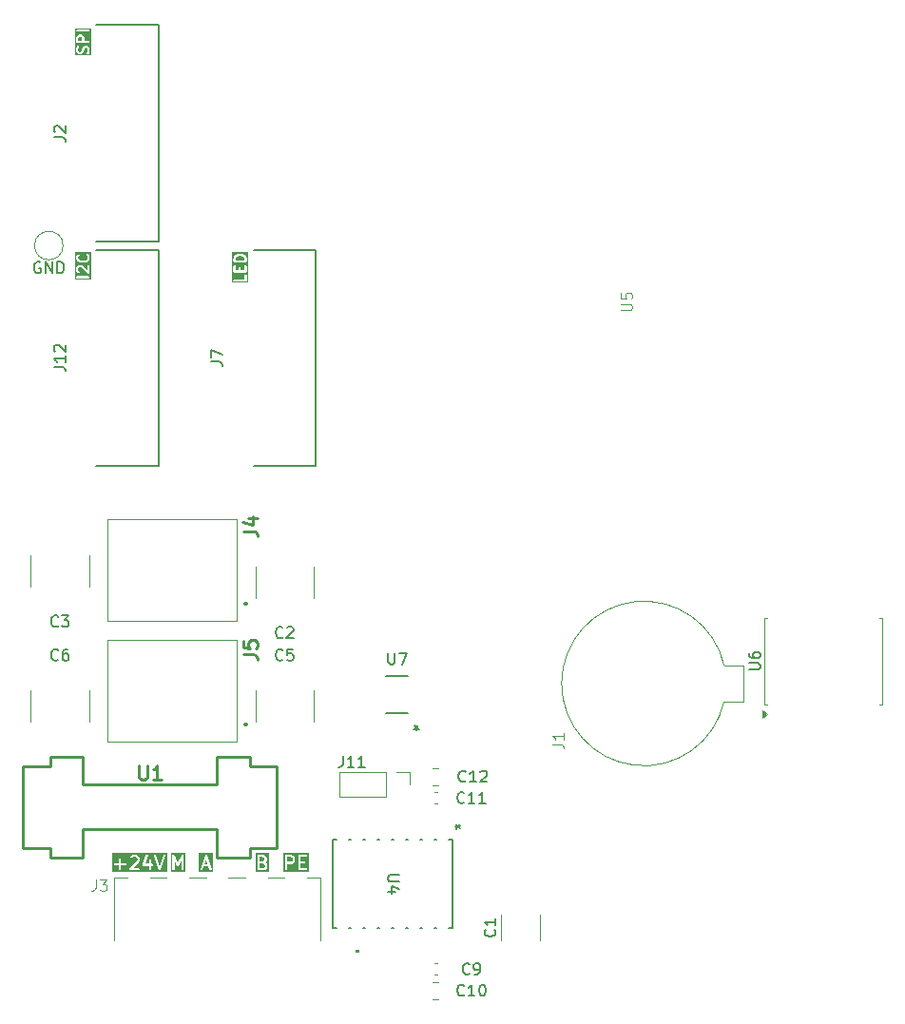
<source format=gbr>
%TF.GenerationSoftware,KiCad,Pcbnew,9.0.2*%
%TF.CreationDate,2025-06-09T15:32:08+03:00*%
%TF.ProjectId,PMCPU-LLU,504d4350-552d-44c4-9c55-2e6b69636164,rev?*%
%TF.SameCoordinates,Original*%
%TF.FileFunction,Legend,Top*%
%TF.FilePolarity,Positive*%
%FSLAX46Y46*%
G04 Gerber Fmt 4.6, Leading zero omitted, Abs format (unit mm)*
G04 Created by KiCad (PCBNEW 9.0.2) date 2025-06-09 15:32:08*
%MOMM*%
%LPD*%
G01*
G04 APERTURE LIST*
%ADD10C,0.200000*%
%ADD11C,0.150000*%
%ADD12C,0.100000*%
%ADD13C,0.254000*%
%ADD14C,0.152400*%
%ADD15C,0.120000*%
%ADD16C,0.000000*%
%ADD17C,0.300000*%
G04 APERTURE END LIST*
D10*
G36*
X-33251670Y16966836D02*
G01*
X-34673892Y16966836D01*
X-34673892Y17197456D01*
X-34560860Y17197456D01*
X-34560860Y17158438D01*
X-34545928Y17122390D01*
X-34518338Y17094800D01*
X-34482290Y17079868D01*
X-34462781Y17077947D01*
X-33462781Y17077947D01*
X-33443272Y17079868D01*
X-33407224Y17094800D01*
X-33379634Y17122390D01*
X-33364702Y17158438D01*
X-33364702Y17197456D01*
X-33379634Y17233504D01*
X-33407224Y17261094D01*
X-33443272Y17276026D01*
X-33462781Y17277947D01*
X-34462781Y17277947D01*
X-34482290Y17276026D01*
X-34518338Y17261094D01*
X-34545928Y17233504D01*
X-34560860Y17197456D01*
X-34673892Y17197456D01*
X-34673892Y17987470D01*
X-34562781Y17987470D01*
X-34562781Y17749375D01*
X-34560860Y17729866D01*
X-34559485Y17726546D01*
X-34559230Y17722962D01*
X-34552224Y17704654D01*
X-34504605Y17609416D01*
X-34499320Y17601020D01*
X-34498309Y17598580D01*
X-34496056Y17595834D01*
X-34494162Y17592826D01*
X-34492168Y17591097D01*
X-34485873Y17583426D01*
X-34438254Y17535808D01*
X-34423101Y17523371D01*
X-34387052Y17508440D01*
X-34348034Y17508440D01*
X-34311986Y17523371D01*
X-34284396Y17550961D01*
X-34269465Y17587009D01*
X-34269465Y17626027D01*
X-34284396Y17662076D01*
X-34296833Y17677229D01*
X-34332976Y17713373D01*
X-34362781Y17772983D01*
X-34362781Y17963863D01*
X-34332976Y18023473D01*
X-34308308Y18048142D01*
X-34248698Y18077946D01*
X-34193294Y18077946D01*
X-34088230Y18042925D01*
X-33533492Y17488188D01*
X-33518338Y17475752D01*
X-33482290Y17460820D01*
X-33443272Y17460820D01*
X-33407224Y17475752D01*
X-33379634Y17503342D01*
X-33364702Y17539390D01*
X-33362781Y17558899D01*
X-33362781Y18177946D01*
X-33364702Y18197455D01*
X-33379634Y18233503D01*
X-33407224Y18261093D01*
X-33443272Y18276025D01*
X-33482290Y18276025D01*
X-33518338Y18261093D01*
X-33545928Y18233503D01*
X-33560860Y18197455D01*
X-33562781Y18177946D01*
X-33562781Y17800321D01*
X-33963499Y18201038D01*
X-33978653Y18213474D01*
X-33981972Y18214849D01*
X-33984687Y18217204D01*
X-34002588Y18225195D01*
X-34145444Y18272814D01*
X-34155116Y18275014D01*
X-34157558Y18276025D01*
X-34161097Y18276374D01*
X-34164560Y18277161D01*
X-34167194Y18276974D01*
X-34177067Y18277946D01*
X-34272305Y18277946D01*
X-34291814Y18276025D01*
X-34295135Y18274650D01*
X-34298718Y18274395D01*
X-34317027Y18267389D01*
X-34412264Y18219770D01*
X-34420661Y18214485D01*
X-34423101Y18213474D01*
X-34425847Y18211221D01*
X-34428855Y18209327D01*
X-34430588Y18207330D01*
X-34438254Y18201037D01*
X-34485873Y18153419D01*
X-34492168Y18145749D01*
X-34494162Y18144019D01*
X-34496056Y18141012D01*
X-34498309Y18138265D01*
X-34499320Y18135826D01*
X-34504605Y18127429D01*
X-34552224Y18032191D01*
X-34559230Y18013883D01*
X-34559485Y18010300D01*
X-34560860Y18006979D01*
X-34562781Y17987470D01*
X-34673892Y17987470D01*
X-34673892Y18987470D01*
X-34562781Y18987470D01*
X-34562781Y18892232D01*
X-34561809Y18882359D01*
X-34561996Y18879725D01*
X-34561209Y18876262D01*
X-34560860Y18872723D01*
X-34559849Y18870281D01*
X-34557649Y18860609D01*
X-34510030Y18717753D01*
X-34502039Y18699852D01*
X-34499684Y18697137D01*
X-34498309Y18693818D01*
X-34485873Y18678664D01*
X-34390635Y18583426D01*
X-34382969Y18577135D01*
X-34381236Y18575137D01*
X-34378225Y18573242D01*
X-34375481Y18570990D01*
X-34373044Y18569981D01*
X-34364645Y18564694D01*
X-34269408Y18517075D01*
X-34267980Y18516529D01*
X-34267400Y18516099D01*
X-34259224Y18513178D01*
X-34251099Y18510069D01*
X-34250379Y18510018D01*
X-34248940Y18509504D01*
X-34058464Y18461885D01*
X-34055083Y18461385D01*
X-34053719Y18460820D01*
X-34046369Y18460097D01*
X-34039071Y18459017D01*
X-34037613Y18459235D01*
X-34034210Y18458899D01*
X-33891353Y18458899D01*
X-33887951Y18459235D01*
X-33886492Y18459017D01*
X-33879195Y18460097D01*
X-33871844Y18460820D01*
X-33870481Y18461385D01*
X-33867099Y18461885D01*
X-33676624Y18509504D01*
X-33675187Y18510018D01*
X-33674464Y18510069D01*
X-33666340Y18513178D01*
X-33658163Y18516099D01*
X-33657583Y18516530D01*
X-33656156Y18517075D01*
X-33560918Y18564694D01*
X-33552526Y18569977D01*
X-33550082Y18570989D01*
X-33547333Y18573246D01*
X-33544328Y18575137D01*
X-33542599Y18577132D01*
X-33534929Y18583426D01*
X-33439689Y18678664D01*
X-33427253Y18693817D01*
X-33425878Y18697137D01*
X-33423523Y18699852D01*
X-33415532Y18717752D01*
X-33367913Y18860609D01*
X-33365714Y18870282D01*
X-33364702Y18872723D01*
X-33364354Y18876261D01*
X-33363566Y18879724D01*
X-33363754Y18882359D01*
X-33362781Y18892232D01*
X-33362781Y18987470D01*
X-33363754Y18997344D01*
X-33363566Y18999978D01*
X-33364354Y19003442D01*
X-33364702Y19006979D01*
X-33365714Y19009421D01*
X-33367913Y19019093D01*
X-33415532Y19161950D01*
X-33423523Y19179850D01*
X-33425878Y19182566D01*
X-33427253Y19185885D01*
X-33439690Y19201039D01*
X-33487310Y19248657D01*
X-33502463Y19261094D01*
X-33538512Y19276025D01*
X-33577530Y19276024D01*
X-33613578Y19261093D01*
X-33641168Y19233503D01*
X-33656099Y19197454D01*
X-33656098Y19158436D01*
X-33641167Y19122388D01*
X-33628730Y19107235D01*
X-33597803Y19076309D01*
X-33562781Y18971244D01*
X-33562781Y18908459D01*
X-33597803Y18803394D01*
X-33664873Y18736324D01*
X-33735782Y18700870D01*
X-33903663Y18658899D01*
X-34021901Y18658899D01*
X-34189782Y18700870D01*
X-34260687Y18736322D01*
X-34327760Y18803395D01*
X-34362781Y18908459D01*
X-34362781Y18971243D01*
X-34327760Y19076309D01*
X-34296833Y19107235D01*
X-34284396Y19122388D01*
X-34269465Y19158437D01*
X-34269465Y19197455D01*
X-34284396Y19233503D01*
X-34311986Y19261093D01*
X-34348034Y19276024D01*
X-34387052Y19276024D01*
X-34423101Y19261093D01*
X-34438254Y19248656D01*
X-34485873Y19201038D01*
X-34498309Y19185884D01*
X-34499684Y19182566D01*
X-34502039Y19179850D01*
X-34510030Y19161949D01*
X-34557649Y19019093D01*
X-34559849Y19009422D01*
X-34560860Y19006979D01*
X-34561209Y19003441D01*
X-34561996Y18999977D01*
X-34561809Y18997344D01*
X-34562781Y18987470D01*
X-34673892Y18987470D01*
X-34673892Y19387136D01*
X-33251670Y19387136D01*
X-33251670Y16966836D01*
G37*
G36*
X-19735782Y19035976D02*
G01*
X-19664873Y19000522D01*
X-19597803Y18933452D01*
X-19562781Y18828387D01*
X-19562781Y18706518D01*
X-20362781Y18706518D01*
X-20362781Y18828386D01*
X-20327760Y18933451D01*
X-20260687Y19000523D01*
X-20189782Y19035976D01*
X-20021901Y19077946D01*
X-19903663Y19077946D01*
X-19735782Y19035976D01*
G37*
G36*
X-19251670Y16681121D02*
G01*
X-20673892Y16681121D01*
X-20673892Y16911741D01*
X-20560860Y16911741D01*
X-20560860Y16872723D01*
X-20545928Y16836675D01*
X-20518338Y16809085D01*
X-20482290Y16794153D01*
X-20462781Y16792232D01*
X-19462781Y16792232D01*
X-19443272Y16794153D01*
X-19407224Y16809085D01*
X-19379634Y16836675D01*
X-19364702Y16872723D01*
X-19362781Y16892232D01*
X-19362781Y17368422D01*
X-19364702Y17387931D01*
X-19379634Y17423979D01*
X-19407224Y17451569D01*
X-19443272Y17466501D01*
X-19482290Y17466501D01*
X-19518338Y17451569D01*
X-19545928Y17423979D01*
X-19560860Y17387931D01*
X-19562781Y17368422D01*
X-19562781Y16992232D01*
X-20462781Y16992232D01*
X-20482290Y16990311D01*
X-20518338Y16975379D01*
X-20545928Y16947789D01*
X-20560860Y16911741D01*
X-20673892Y16911741D01*
X-20673892Y18177946D01*
X-20562781Y18177946D01*
X-20562781Y17701756D01*
X-20560860Y17682247D01*
X-20545928Y17646199D01*
X-20518338Y17618609D01*
X-20482290Y17603677D01*
X-20462781Y17601756D01*
X-19462781Y17601756D01*
X-19443272Y17603677D01*
X-19407224Y17618609D01*
X-19379634Y17646199D01*
X-19364702Y17682247D01*
X-19362781Y17701756D01*
X-19362781Y18177946D01*
X-19364702Y18197455D01*
X-19379634Y18233503D01*
X-19407224Y18261093D01*
X-19443272Y18276025D01*
X-19482290Y18276025D01*
X-19518338Y18261093D01*
X-19545928Y18233503D01*
X-19560860Y18197455D01*
X-19562781Y18177946D01*
X-19562781Y17801756D01*
X-19886591Y17801756D01*
X-19886591Y18035089D01*
X-19888512Y18054598D01*
X-19903444Y18090646D01*
X-19931034Y18118236D01*
X-19967082Y18133168D01*
X-20006100Y18133168D01*
X-20042148Y18118236D01*
X-20069738Y18090646D01*
X-20084670Y18054598D01*
X-20086591Y18035089D01*
X-20086591Y17801756D01*
X-20362781Y17801756D01*
X-20362781Y18177946D01*
X-20364702Y18197455D01*
X-20379634Y18233503D01*
X-20407224Y18261093D01*
X-20443272Y18276025D01*
X-20482290Y18276025D01*
X-20518338Y18261093D01*
X-20545928Y18233503D01*
X-20560860Y18197455D01*
X-20562781Y18177946D01*
X-20673892Y18177946D01*
X-20673892Y18844613D01*
X-20562781Y18844613D01*
X-20562781Y18606518D01*
X-20560860Y18587009D01*
X-20545928Y18550961D01*
X-20518338Y18523371D01*
X-20482290Y18508439D01*
X-20462781Y18506518D01*
X-19462781Y18506518D01*
X-19443272Y18508439D01*
X-19407224Y18523371D01*
X-19379634Y18550961D01*
X-19364702Y18587009D01*
X-19362781Y18606518D01*
X-19362781Y18844613D01*
X-19363754Y18854487D01*
X-19363566Y18857121D01*
X-19364354Y18860585D01*
X-19364702Y18864122D01*
X-19365714Y18866564D01*
X-19367913Y18876236D01*
X-19415532Y19019093D01*
X-19423523Y19036993D01*
X-19425878Y19039709D01*
X-19427253Y19043028D01*
X-19439689Y19058181D01*
X-19534929Y19153419D01*
X-19542599Y19159714D01*
X-19544328Y19161708D01*
X-19547333Y19163600D01*
X-19550082Y19165856D01*
X-19552526Y19166869D01*
X-19560918Y19172151D01*
X-19656156Y19219770D01*
X-19657583Y19220316D01*
X-19658163Y19220746D01*
X-19666340Y19223668D01*
X-19674464Y19226776D01*
X-19675187Y19226828D01*
X-19676624Y19227341D01*
X-19867099Y19274960D01*
X-19870481Y19275461D01*
X-19871844Y19276025D01*
X-19879195Y19276749D01*
X-19886492Y19277828D01*
X-19887951Y19277611D01*
X-19891353Y19277946D01*
X-20034210Y19277946D01*
X-20037613Y19277611D01*
X-20039071Y19277828D01*
X-20046369Y19276749D01*
X-20053719Y19276025D01*
X-20055083Y19275461D01*
X-20058464Y19274960D01*
X-20248940Y19227341D01*
X-20250379Y19226828D01*
X-20251099Y19226776D01*
X-20259224Y19223668D01*
X-20267400Y19220746D01*
X-20267980Y19220317D01*
X-20269408Y19219770D01*
X-20364645Y19172151D01*
X-20373044Y19166865D01*
X-20375481Y19165855D01*
X-20378225Y19163604D01*
X-20381236Y19161708D01*
X-20382969Y19159711D01*
X-20390635Y19153419D01*
X-20485873Y19058181D01*
X-20498309Y19043027D01*
X-20499684Y19039709D01*
X-20502039Y19036993D01*
X-20510030Y19019092D01*
X-20557649Y18876236D01*
X-20559849Y18866565D01*
X-20560860Y18864122D01*
X-20561209Y18860584D01*
X-20561996Y18857120D01*
X-20561809Y18854487D01*
X-20562781Y18844613D01*
X-20673892Y18844613D01*
X-20673892Y19389057D01*
X-19251670Y19389057D01*
X-19251670Y16681121D01*
G37*
G36*
X-15344952Y-34484070D02*
G01*
X-15310758Y-34518263D01*
X-15271429Y-34596921D01*
X-15271429Y-34721134D01*
X-15310758Y-34799792D01*
X-15344952Y-34833985D01*
X-15423608Y-34873314D01*
X-15757143Y-34873314D01*
X-15757143Y-34444742D01*
X-15423608Y-34444742D01*
X-15344952Y-34484070D01*
G37*
G36*
X-13854303Y-35778075D02*
G01*
X-16090476Y-35778075D01*
X-16090476Y-34344742D01*
X-15957143Y-34344742D01*
X-15957143Y-35544742D01*
X-15955222Y-35564251D01*
X-15940290Y-35600299D01*
X-15912700Y-35627889D01*
X-15876652Y-35642821D01*
X-15837634Y-35642821D01*
X-15801586Y-35627889D01*
X-15773996Y-35600299D01*
X-15759064Y-35564251D01*
X-15757143Y-35544742D01*
X-15757143Y-35073314D01*
X-15400000Y-35073314D01*
X-15380491Y-35071393D01*
X-15377171Y-35070017D01*
X-15373587Y-35069763D01*
X-15355278Y-35062757D01*
X-15240993Y-35005613D01*
X-15232597Y-35000328D01*
X-15230158Y-34999318D01*
X-15227415Y-34997066D01*
X-15224403Y-34995171D01*
X-15222671Y-34993173D01*
X-15215004Y-34986882D01*
X-15157862Y-34929739D01*
X-15151570Y-34922072D01*
X-15149572Y-34920340D01*
X-15147679Y-34917331D01*
X-15145425Y-34914586D01*
X-15144415Y-34912145D01*
X-15139129Y-34903749D01*
X-15081986Y-34789463D01*
X-15074980Y-34771155D01*
X-15074726Y-34767571D01*
X-15073350Y-34764251D01*
X-15071429Y-34744742D01*
X-15071429Y-34573314D01*
X-15073350Y-34553805D01*
X-15074726Y-34550484D01*
X-15074980Y-34546901D01*
X-15081986Y-34528593D01*
X-15139129Y-34414307D01*
X-15144415Y-34405910D01*
X-15145425Y-34403470D01*
X-15147679Y-34400724D01*
X-15149572Y-34397716D01*
X-15151570Y-34395983D01*
X-15157862Y-34388317D01*
X-15201436Y-34344742D01*
X-14757143Y-34344742D01*
X-14757143Y-35544742D01*
X-14755222Y-35564251D01*
X-14740290Y-35600299D01*
X-14712700Y-35627889D01*
X-14676652Y-35642821D01*
X-14657143Y-35644742D01*
X-14085715Y-35644742D01*
X-14066206Y-35642821D01*
X-14030158Y-35627889D01*
X-14002568Y-35600299D01*
X-13987636Y-35564251D01*
X-13987636Y-35525233D01*
X-14002568Y-35489185D01*
X-14030158Y-35461595D01*
X-14066206Y-35446663D01*
X-14085715Y-35444742D01*
X-14557143Y-35444742D01*
X-14557143Y-35016171D01*
X-14257143Y-35016171D01*
X-14237634Y-35014250D01*
X-14201586Y-34999318D01*
X-14173996Y-34971728D01*
X-14159064Y-34935680D01*
X-14159064Y-34896662D01*
X-14173996Y-34860614D01*
X-14201586Y-34833024D01*
X-14237634Y-34818092D01*
X-14257143Y-34816171D01*
X-14557143Y-34816171D01*
X-14557143Y-34444742D01*
X-14085715Y-34444742D01*
X-14066206Y-34442821D01*
X-14030158Y-34427889D01*
X-14002568Y-34400299D01*
X-13987636Y-34364251D01*
X-13987636Y-34325233D01*
X-14002568Y-34289185D01*
X-14030158Y-34261595D01*
X-14066206Y-34246663D01*
X-14085715Y-34244742D01*
X-14657143Y-34244742D01*
X-14676652Y-34246663D01*
X-14712700Y-34261595D01*
X-14740290Y-34289185D01*
X-14755222Y-34325233D01*
X-14757143Y-34344742D01*
X-15201436Y-34344742D01*
X-15215004Y-34331174D01*
X-15222671Y-34324882D01*
X-15224403Y-34322885D01*
X-15227415Y-34320989D01*
X-15230158Y-34318738D01*
X-15232597Y-34317727D01*
X-15240993Y-34312443D01*
X-15355278Y-34255299D01*
X-15373587Y-34248293D01*
X-15377171Y-34248038D01*
X-15380491Y-34246663D01*
X-15400000Y-34244742D01*
X-15857143Y-34244742D01*
X-15876652Y-34246663D01*
X-15912700Y-34261595D01*
X-15940290Y-34289185D01*
X-15955222Y-34325233D01*
X-15957143Y-34344742D01*
X-16090476Y-34344742D01*
X-16090476Y-34111409D01*
X-13854303Y-34111409D01*
X-13854303Y-35778075D01*
G37*
G36*
X-22853028Y-35101885D02*
G01*
X-23146972Y-35101885D01*
X-23000000Y-34660969D01*
X-22853028Y-35101885D01*
G37*
G36*
X-22367452Y-35777290D02*
G01*
X-23632548Y-35777290D01*
X-23632548Y-35532235D01*
X-23499215Y-35532235D01*
X-23496449Y-35571155D01*
X-23478999Y-35606054D01*
X-23449523Y-35631619D01*
X-23412507Y-35643957D01*
X-23373587Y-35641191D01*
X-23338688Y-35623741D01*
X-23313123Y-35594265D01*
X-23305132Y-35576365D01*
X-23213639Y-35301885D01*
X-22786361Y-35301885D01*
X-22694868Y-35576365D01*
X-22686877Y-35594265D01*
X-22661312Y-35623741D01*
X-22626413Y-35641191D01*
X-22587493Y-35643957D01*
X-22550477Y-35631619D01*
X-22521001Y-35606053D01*
X-22503551Y-35571155D01*
X-22500785Y-35532234D01*
X-22505132Y-35513119D01*
X-22905132Y-34313119D01*
X-22913123Y-34295219D01*
X-22917808Y-34289818D01*
X-22921001Y-34283431D01*
X-22930471Y-34275217D01*
X-22938688Y-34265743D01*
X-22945078Y-34262548D01*
X-22950477Y-34257865D01*
X-22962375Y-34253899D01*
X-22973587Y-34248293D01*
X-22980715Y-34247786D01*
X-22987493Y-34245527D01*
X-23000000Y-34246415D01*
X-23012507Y-34245527D01*
X-23019286Y-34247786D01*
X-23026413Y-34248293D01*
X-23037626Y-34253899D01*
X-23049523Y-34257865D01*
X-23054923Y-34262548D01*
X-23061312Y-34265743D01*
X-23069528Y-34275214D01*
X-23078999Y-34283430D01*
X-23082194Y-34289819D01*
X-23086877Y-34295219D01*
X-23094868Y-34313119D01*
X-23494868Y-35513119D01*
X-23499215Y-35532235D01*
X-23632548Y-35532235D01*
X-23632548Y-34112194D01*
X-22367452Y-34112194D01*
X-22367452Y-35777290D01*
G37*
X-37761905Y18500162D02*
X-37857143Y18547781D01*
X-37857143Y18547781D02*
X-38000000Y18547781D01*
X-38000000Y18547781D02*
X-38142857Y18500162D01*
X-38142857Y18500162D02*
X-38238095Y18404924D01*
X-38238095Y18404924D02*
X-38285714Y18309686D01*
X-38285714Y18309686D02*
X-38333333Y18119210D01*
X-38333333Y18119210D02*
X-38333333Y17976353D01*
X-38333333Y17976353D02*
X-38285714Y17785877D01*
X-38285714Y17785877D02*
X-38238095Y17690639D01*
X-38238095Y17690639D02*
X-38142857Y17595400D01*
X-38142857Y17595400D02*
X-38000000Y17547781D01*
X-38000000Y17547781D02*
X-37904762Y17547781D01*
X-37904762Y17547781D02*
X-37761905Y17595400D01*
X-37761905Y17595400D02*
X-37714286Y17643020D01*
X-37714286Y17643020D02*
X-37714286Y17976353D01*
X-37714286Y17976353D02*
X-37904762Y17976353D01*
X-37285714Y17547781D02*
X-37285714Y18547781D01*
X-37285714Y18547781D02*
X-36714286Y17547781D01*
X-36714286Y17547781D02*
X-36714286Y18547781D01*
X-36238095Y17547781D02*
X-36238095Y18547781D01*
X-36238095Y18547781D02*
X-36000000Y18547781D01*
X-36000000Y18547781D02*
X-35857143Y18500162D01*
X-35857143Y18500162D02*
X-35761905Y18404924D01*
X-35761905Y18404924D02*
X-35714286Y18309686D01*
X-35714286Y18309686D02*
X-35666667Y18119210D01*
X-35666667Y18119210D02*
X-35666667Y17976353D01*
X-35666667Y17976353D02*
X-35714286Y17785877D01*
X-35714286Y17785877D02*
X-35761905Y17690639D01*
X-35761905Y17690639D02*
X-35857143Y17595400D01*
X-35857143Y17595400D02*
X-36000000Y17547781D01*
X-36000000Y17547781D02*
X-36238095Y17547781D01*
G36*
X-17796878Y-35060716D02*
G01*
X-17767902Y-35089691D01*
X-17728572Y-35168348D01*
X-17728572Y-35292563D01*
X-17767901Y-35371221D01*
X-17802095Y-35405414D01*
X-17880750Y-35444742D01*
X-18214286Y-35444742D01*
X-18214286Y-35016171D01*
X-17930513Y-35016171D01*
X-17796878Y-35060716D01*
G37*
G36*
X-17859236Y-34484070D02*
G01*
X-17825045Y-34518262D01*
X-17785715Y-34596921D01*
X-17785715Y-34663993D01*
X-17825045Y-34742651D01*
X-17859236Y-34776842D01*
X-17937893Y-34816171D01*
X-18214286Y-34816171D01*
X-18214286Y-34444742D01*
X-17937893Y-34444742D01*
X-17859236Y-34484070D01*
G37*
G36*
X-17395239Y-35778075D02*
G01*
X-18547619Y-35778075D01*
X-18547619Y-34344742D01*
X-18414286Y-34344742D01*
X-18414286Y-35544742D01*
X-18412365Y-35564251D01*
X-18397433Y-35600299D01*
X-18369843Y-35627889D01*
X-18333795Y-35642821D01*
X-18314286Y-35644742D01*
X-17857143Y-35644742D01*
X-17837634Y-35642821D01*
X-17834314Y-35641445D01*
X-17830730Y-35641191D01*
X-17812422Y-35634185D01*
X-17698137Y-35577043D01*
X-17689741Y-35571757D01*
X-17687301Y-35570747D01*
X-17684555Y-35568493D01*
X-17681547Y-35566600D01*
X-17679817Y-35564605D01*
X-17672147Y-35558311D01*
X-17615005Y-35501168D01*
X-17608713Y-35493501D01*
X-17606715Y-35491769D01*
X-17604822Y-35488760D01*
X-17602568Y-35486015D01*
X-17601558Y-35483574D01*
X-17596272Y-35475178D01*
X-17539129Y-35360892D01*
X-17532123Y-35342584D01*
X-17531869Y-35339000D01*
X-17530493Y-35335680D01*
X-17528572Y-35316171D01*
X-17528572Y-35144742D01*
X-17530493Y-35125233D01*
X-17531869Y-35121912D01*
X-17532123Y-35118329D01*
X-17539129Y-35100021D01*
X-17596272Y-34985735D01*
X-17601558Y-34977337D01*
X-17602568Y-34974899D01*
X-17604821Y-34972154D01*
X-17606715Y-34969145D01*
X-17608713Y-34967412D01*
X-17615005Y-34959746D01*
X-17672147Y-34902603D01*
X-17687301Y-34890167D01*
X-17689011Y-34889459D01*
X-17672146Y-34872595D01*
X-17665855Y-34864928D01*
X-17663858Y-34863197D01*
X-17661963Y-34860185D01*
X-17659710Y-34857441D01*
X-17658701Y-34855003D01*
X-17653415Y-34846607D01*
X-17596272Y-34732321D01*
X-17589266Y-34714013D01*
X-17589012Y-34710429D01*
X-17587636Y-34707109D01*
X-17585715Y-34687600D01*
X-17585715Y-34573314D01*
X-17587636Y-34553805D01*
X-17589012Y-34550484D01*
X-17589266Y-34546901D01*
X-17596272Y-34528593D01*
X-17653415Y-34414307D01*
X-17658700Y-34405910D01*
X-17659710Y-34403472D01*
X-17661964Y-34400726D01*
X-17663858Y-34397716D01*
X-17665855Y-34395984D01*
X-17672146Y-34388318D01*
X-17729289Y-34331175D01*
X-17736956Y-34324882D01*
X-17738688Y-34322885D01*
X-17741698Y-34320990D01*
X-17744442Y-34318738D01*
X-17746881Y-34317727D01*
X-17755278Y-34312442D01*
X-17869565Y-34255299D01*
X-17887873Y-34248293D01*
X-17891457Y-34248038D01*
X-17894777Y-34246663D01*
X-17914286Y-34244742D01*
X-18314286Y-34244742D01*
X-18333795Y-34246663D01*
X-18369843Y-34261595D01*
X-18397433Y-34289185D01*
X-18412365Y-34325233D01*
X-18414286Y-34344742D01*
X-18547619Y-34344742D01*
X-18547619Y-34111409D01*
X-17395239Y-34111409D01*
X-17395239Y-35778075D01*
G37*
G36*
X-34093446Y38571951D02*
G01*
X-34068777Y38547283D01*
X-34038972Y38487673D01*
X-34038972Y38230328D01*
X-34362781Y38230328D01*
X-34362781Y38487673D01*
X-34332976Y38547283D01*
X-34308308Y38571952D01*
X-34248698Y38601756D01*
X-34153055Y38601756D01*
X-34093446Y38571951D01*
G37*
G36*
X-33251670Y36919217D02*
G01*
X-34673892Y36919217D01*
X-34673892Y37558899D01*
X-34562781Y37558899D01*
X-34562781Y37320804D01*
X-34560860Y37301295D01*
X-34559485Y37297975D01*
X-34559230Y37294391D01*
X-34552224Y37276083D01*
X-34504605Y37180845D01*
X-34499320Y37172449D01*
X-34498309Y37170009D01*
X-34496056Y37167263D01*
X-34494162Y37164255D01*
X-34492168Y37162526D01*
X-34485873Y37154855D01*
X-34438254Y37107237D01*
X-34430588Y37100945D01*
X-34428855Y37098947D01*
X-34425847Y37097054D01*
X-34423101Y37094800D01*
X-34420661Y37093790D01*
X-34412264Y37088504D01*
X-34317027Y37040885D01*
X-34298718Y37033879D01*
X-34295135Y37033625D01*
X-34291814Y37032249D01*
X-34272305Y37030328D01*
X-34177067Y37030328D01*
X-34157558Y37032249D01*
X-34154238Y37033625D01*
X-34150654Y37033879D01*
X-34132346Y37040885D01*
X-34037108Y37088504D01*
X-34028712Y37093790D01*
X-34026272Y37094800D01*
X-34023526Y37097054D01*
X-34020518Y37098947D01*
X-34018789Y37100942D01*
X-34011118Y37107236D01*
X-33963500Y37154855D01*
X-33957208Y37162522D01*
X-33955210Y37164254D01*
X-33953317Y37167263D01*
X-33951063Y37170008D01*
X-33950053Y37172449D01*
X-33944767Y37180845D01*
X-33897148Y37276082D01*
X-33896602Y37277511D01*
X-33896172Y37278090D01*
X-33893251Y37286267D01*
X-33890142Y37294391D01*
X-33890091Y37295112D01*
X-33889577Y37296550D01*
X-33844621Y37476376D01*
X-33809167Y37547283D01*
X-33784499Y37571952D01*
X-33724889Y37601756D01*
X-33676865Y37601756D01*
X-33617254Y37571950D01*
X-33592586Y37547283D01*
X-33562781Y37487673D01*
X-33562781Y37289412D01*
X-33605268Y37161951D01*
X-33609615Y37142835D01*
X-33606849Y37103915D01*
X-33589399Y37069016D01*
X-33559923Y37043451D01*
X-33522907Y37031113D01*
X-33483987Y37033879D01*
X-33449088Y37051329D01*
X-33423523Y37080805D01*
X-33415532Y37098705D01*
X-33367913Y37241562D01*
X-33365714Y37251235D01*
X-33364702Y37253676D01*
X-33364354Y37257214D01*
X-33363566Y37260677D01*
X-33363754Y37263312D01*
X-33362781Y37273185D01*
X-33362781Y37511280D01*
X-33364702Y37530789D01*
X-33366078Y37534110D01*
X-33366332Y37537693D01*
X-33373338Y37556002D01*
X-33420957Y37651239D01*
X-33426243Y37659636D01*
X-33427253Y37662076D01*
X-33429507Y37664822D01*
X-33431400Y37667830D01*
X-33433397Y37669562D01*
X-33439690Y37677230D01*
X-33487310Y37724848D01*
X-33494980Y37731143D01*
X-33496709Y37733137D01*
X-33499714Y37735029D01*
X-33502463Y37737285D01*
X-33504907Y37738297D01*
X-33513299Y37743580D01*
X-33608537Y37791199D01*
X-33626845Y37798205D01*
X-33630429Y37798460D01*
X-33633749Y37799835D01*
X-33653258Y37801756D01*
X-33748496Y37801756D01*
X-33768005Y37799835D01*
X-33771326Y37798460D01*
X-33774909Y37798205D01*
X-33793218Y37791199D01*
X-33888455Y37743580D01*
X-33896852Y37738295D01*
X-33899292Y37737284D01*
X-33902038Y37735031D01*
X-33905046Y37733137D01*
X-33906779Y37731140D01*
X-33914445Y37724847D01*
X-33962064Y37677229D01*
X-33968359Y37669559D01*
X-33970353Y37667829D01*
X-33972247Y37664822D01*
X-33974500Y37662075D01*
X-33975511Y37659636D01*
X-33980796Y37651239D01*
X-34028415Y37556001D01*
X-34028961Y37554575D01*
X-34029391Y37553994D01*
X-34032313Y37545818D01*
X-34035421Y37537693D01*
X-34035473Y37536971D01*
X-34035986Y37535533D01*
X-34080943Y37355709D01*
X-34116396Y37284802D01*
X-34141065Y37260134D01*
X-34200674Y37230328D01*
X-34248698Y37230328D01*
X-34308308Y37260133D01*
X-34332976Y37284802D01*
X-34362781Y37344412D01*
X-34362781Y37542672D01*
X-34320294Y37670133D01*
X-34315947Y37689248D01*
X-34318713Y37728168D01*
X-34336163Y37763067D01*
X-34365639Y37788632D01*
X-34402655Y37800971D01*
X-34441575Y37798204D01*
X-34476474Y37780755D01*
X-34502039Y37751279D01*
X-34510030Y37733378D01*
X-34557649Y37590522D01*
X-34559849Y37580851D01*
X-34560860Y37578408D01*
X-34561209Y37574870D01*
X-34561996Y37571406D01*
X-34561809Y37568773D01*
X-34562781Y37558899D01*
X-34673892Y37558899D01*
X-34673892Y38511280D01*
X-34562781Y38511280D01*
X-34562781Y38130328D01*
X-34560860Y38110819D01*
X-34545928Y38074771D01*
X-34518338Y38047181D01*
X-34482290Y38032249D01*
X-34462781Y38030328D01*
X-33462781Y38030328D01*
X-33443272Y38032249D01*
X-33407224Y38047181D01*
X-33379634Y38074771D01*
X-33364702Y38110819D01*
X-33364702Y38149837D01*
X-33379634Y38185885D01*
X-33407224Y38213475D01*
X-33443272Y38228407D01*
X-33462781Y38230328D01*
X-33838972Y38230328D01*
X-33838972Y38511280D01*
X-33840893Y38530789D01*
X-33842269Y38534110D01*
X-33842523Y38537693D01*
X-33849529Y38556002D01*
X-33897148Y38651239D01*
X-33902434Y38659636D01*
X-33903444Y38662076D01*
X-33905698Y38664822D01*
X-33907591Y38667830D01*
X-33909589Y38669563D01*
X-33915881Y38677229D01*
X-33963499Y38724848D01*
X-33971170Y38731143D01*
X-33972899Y38733137D01*
X-33975907Y38735031D01*
X-33978653Y38737284D01*
X-33981093Y38738295D01*
X-33989489Y38743580D01*
X-34084727Y38791199D01*
X-34103035Y38798205D01*
X-34106619Y38798460D01*
X-34109939Y38799835D01*
X-34129448Y38801756D01*
X-34272305Y38801756D01*
X-34291814Y38799835D01*
X-34295135Y38798460D01*
X-34298718Y38798205D01*
X-34317027Y38791199D01*
X-34412264Y38743580D01*
X-34420661Y38738295D01*
X-34423101Y38737284D01*
X-34425847Y38735031D01*
X-34428855Y38733137D01*
X-34430588Y38731140D01*
X-34438254Y38724847D01*
X-34485873Y38677229D01*
X-34492168Y38669559D01*
X-34494162Y38667829D01*
X-34496056Y38664822D01*
X-34498309Y38662075D01*
X-34499320Y38659636D01*
X-34504605Y38651239D01*
X-34552224Y38556001D01*
X-34559230Y38537693D01*
X-34559485Y38534110D01*
X-34560860Y38530789D01*
X-34562781Y38511280D01*
X-34673892Y38511280D01*
X-34673892Y39149837D01*
X-34560860Y39149837D01*
X-34560860Y39110819D01*
X-34545928Y39074771D01*
X-34518338Y39047181D01*
X-34482290Y39032249D01*
X-34462781Y39030328D01*
X-33462781Y39030328D01*
X-33443272Y39032249D01*
X-33407224Y39047181D01*
X-33379634Y39074771D01*
X-33364702Y39110819D01*
X-33364702Y39149837D01*
X-33379634Y39185885D01*
X-33407224Y39213475D01*
X-33443272Y39228407D01*
X-33462781Y39230328D01*
X-34462781Y39230328D01*
X-34482290Y39228407D01*
X-34518338Y39213475D01*
X-34545928Y39185885D01*
X-34560860Y39149837D01*
X-34673892Y39149837D01*
X-34673892Y39341439D01*
X-33251670Y39341439D01*
X-33251670Y36919217D01*
G37*
G36*
X-26481738Y-35778075D02*
G01*
X-31345697Y-35778075D01*
X-31345697Y-35068091D01*
X-31212364Y-35068091D01*
X-31212364Y-35107109D01*
X-31197432Y-35143157D01*
X-31169842Y-35170747D01*
X-31133794Y-35185679D01*
X-31114285Y-35187600D01*
X-30757142Y-35187600D01*
X-30757142Y-35544742D01*
X-30755221Y-35564251D01*
X-30740289Y-35600299D01*
X-30712699Y-35627889D01*
X-30676651Y-35642821D01*
X-30637633Y-35642821D01*
X-30601585Y-35627889D01*
X-30573995Y-35600299D01*
X-30559063Y-35564251D01*
X-30557142Y-35544742D01*
X-30557142Y-35525233D01*
X-29840936Y-35525233D01*
X-29840936Y-35564251D01*
X-29826004Y-35600299D01*
X-29798414Y-35627889D01*
X-29762366Y-35642821D01*
X-29742857Y-35644742D01*
X-29000000Y-35644742D01*
X-28980491Y-35642821D01*
X-28944443Y-35627889D01*
X-28916853Y-35600299D01*
X-28901921Y-35564251D01*
X-28901921Y-35525233D01*
X-28916853Y-35489185D01*
X-28944443Y-35461595D01*
X-28980491Y-35446663D01*
X-29000000Y-35444742D01*
X-29501435Y-35444742D01*
X-29188928Y-35132235D01*
X-28642072Y-35132235D01*
X-28640936Y-35148219D01*
X-28640936Y-35164251D01*
X-28639561Y-35167571D01*
X-28639306Y-35171155D01*
X-28632139Y-35185490D01*
X-28626004Y-35200299D01*
X-28623464Y-35202839D01*
X-28621856Y-35206054D01*
X-28609745Y-35216558D01*
X-28598414Y-35227889D01*
X-28595096Y-35229263D01*
X-28592380Y-35231619D01*
X-28577171Y-35236688D01*
X-28562366Y-35242821D01*
X-28557266Y-35243323D01*
X-28555364Y-35243957D01*
X-28552731Y-35243769D01*
X-28542857Y-35244742D01*
X-28071428Y-35244742D01*
X-28071428Y-35544742D01*
X-28069507Y-35564251D01*
X-28054575Y-35600299D01*
X-28026985Y-35627889D01*
X-27990937Y-35642821D01*
X-27951919Y-35642821D01*
X-27915871Y-35627889D01*
X-27888281Y-35600299D01*
X-27873349Y-35564251D01*
X-27871428Y-35544742D01*
X-27871428Y-35244742D01*
X-27800000Y-35244742D01*
X-27780491Y-35242821D01*
X-27744443Y-35227889D01*
X-27716853Y-35200299D01*
X-27701921Y-35164251D01*
X-27701921Y-35125233D01*
X-27716853Y-35089185D01*
X-27744443Y-35061595D01*
X-27780491Y-35046663D01*
X-27800000Y-35044742D01*
X-27871428Y-35044742D01*
X-27871428Y-34744742D01*
X-27873349Y-34725233D01*
X-27888281Y-34689185D01*
X-27915871Y-34661595D01*
X-27951919Y-34646663D01*
X-27990937Y-34646663D01*
X-28026985Y-34661595D01*
X-28054575Y-34689185D01*
X-28069507Y-34725233D01*
X-28071428Y-34744742D01*
X-28071428Y-35044742D01*
X-28404115Y-35044742D01*
X-28174950Y-34357249D01*
X-27613501Y-34357249D01*
X-27609154Y-34376365D01*
X-27209154Y-35576365D01*
X-27201163Y-35594265D01*
X-27196480Y-35599664D01*
X-27193285Y-35606054D01*
X-27183814Y-35614269D01*
X-27175598Y-35623741D01*
X-27169209Y-35626935D01*
X-27163809Y-35631619D01*
X-27151912Y-35635584D01*
X-27140699Y-35641191D01*
X-27133572Y-35641697D01*
X-27126793Y-35643957D01*
X-27114286Y-35643068D01*
X-27101779Y-35643957D01*
X-27095001Y-35641697D01*
X-27087873Y-35641191D01*
X-27076661Y-35635584D01*
X-27064763Y-35631619D01*
X-27059364Y-35626935D01*
X-27052974Y-35623741D01*
X-27044757Y-35614266D01*
X-27035287Y-35606053D01*
X-27032094Y-35599665D01*
X-27027409Y-35594265D01*
X-27019418Y-35576365D01*
X-26619418Y-34376365D01*
X-26615071Y-34357250D01*
X-26617837Y-34318329D01*
X-26635287Y-34283431D01*
X-26664763Y-34257865D01*
X-26701779Y-34245527D01*
X-26740699Y-34248293D01*
X-26775598Y-34265743D01*
X-26801163Y-34295219D01*
X-26809154Y-34313119D01*
X-27114286Y-35228515D01*
X-27419418Y-34313119D01*
X-27427409Y-34295219D01*
X-27452974Y-34265743D01*
X-27487873Y-34248293D01*
X-27526793Y-34245527D01*
X-27563809Y-34257865D01*
X-27593285Y-34283430D01*
X-27610735Y-34318329D01*
X-27613501Y-34357249D01*
X-28174950Y-34357249D01*
X-28162275Y-34319223D01*
X-28157928Y-34300107D01*
X-28160694Y-34261187D01*
X-28178144Y-34226288D01*
X-28207620Y-34200723D01*
X-28244636Y-34188385D01*
X-28283556Y-34191151D01*
X-28318455Y-34208601D01*
X-28344020Y-34238077D01*
X-28352011Y-34255977D01*
X-28637725Y-35113119D01*
X-28639925Y-35122790D01*
X-28640936Y-35125233D01*
X-28640936Y-35127239D01*
X-28642072Y-35132235D01*
X-29188928Y-35132235D01*
X-28986432Y-34929739D01*
X-28973996Y-34914585D01*
X-28972622Y-34911266D01*
X-28970266Y-34908551D01*
X-28962275Y-34890651D01*
X-28905132Y-34719223D01*
X-28902933Y-34709550D01*
X-28901921Y-34707109D01*
X-28901573Y-34703571D01*
X-28900785Y-34700108D01*
X-28900973Y-34697473D01*
X-28900000Y-34687600D01*
X-28900000Y-34573314D01*
X-28901921Y-34553805D01*
X-28903297Y-34550484D01*
X-28903551Y-34546901D01*
X-28910557Y-34528593D01*
X-28967700Y-34414307D01*
X-28972985Y-34405910D01*
X-28973995Y-34403472D01*
X-28976249Y-34400726D01*
X-28978143Y-34397716D01*
X-28980140Y-34395984D01*
X-28986431Y-34388318D01*
X-29043574Y-34331175D01*
X-29051241Y-34324882D01*
X-29052973Y-34322885D01*
X-29055983Y-34320990D01*
X-29058727Y-34318738D01*
X-29061166Y-34317727D01*
X-29069563Y-34312442D01*
X-29183850Y-34255299D01*
X-29202158Y-34248293D01*
X-29205742Y-34248038D01*
X-29209062Y-34246663D01*
X-29228571Y-34244742D01*
X-29514285Y-34244742D01*
X-29533794Y-34246663D01*
X-29537115Y-34248038D01*
X-29540698Y-34248293D01*
X-29559006Y-34255299D01*
X-29673292Y-34312442D01*
X-29681689Y-34317727D01*
X-29684129Y-34318738D01*
X-29686875Y-34320991D01*
X-29689883Y-34322885D01*
X-29691616Y-34324882D01*
X-29699282Y-34331175D01*
X-29756425Y-34388317D01*
X-29768861Y-34403471D01*
X-29783793Y-34439519D01*
X-29783793Y-34478537D01*
X-29768861Y-34514585D01*
X-29741271Y-34542175D01*
X-29705223Y-34557107D01*
X-29666205Y-34557107D01*
X-29630157Y-34542175D01*
X-29615003Y-34529739D01*
X-29569336Y-34484070D01*
X-29490677Y-34444742D01*
X-29252178Y-34444742D01*
X-29173521Y-34484070D01*
X-29139330Y-34518262D01*
X-29100000Y-34596921D01*
X-29100000Y-34671372D01*
X-29144546Y-34805008D01*
X-29813568Y-35474031D01*
X-29826004Y-35489185D01*
X-29840936Y-35525233D01*
X-30557142Y-35525233D01*
X-30557142Y-35187600D01*
X-30199999Y-35187600D01*
X-30180490Y-35185679D01*
X-30144442Y-35170747D01*
X-30116852Y-35143157D01*
X-30101920Y-35107109D01*
X-30101920Y-35068091D01*
X-30116852Y-35032043D01*
X-30144442Y-35004453D01*
X-30180490Y-34989521D01*
X-30199999Y-34987600D01*
X-30557142Y-34987600D01*
X-30557142Y-34630457D01*
X-30559063Y-34610948D01*
X-30573995Y-34574900D01*
X-30601585Y-34547310D01*
X-30637633Y-34532378D01*
X-30676651Y-34532378D01*
X-30712699Y-34547310D01*
X-30740289Y-34574900D01*
X-30755221Y-34610948D01*
X-30757142Y-34630457D01*
X-30757142Y-34987600D01*
X-31114285Y-34987600D01*
X-31133794Y-34989521D01*
X-31169842Y-35004453D01*
X-31197432Y-35032043D01*
X-31212364Y-35068091D01*
X-31345697Y-35068091D01*
X-31345697Y-34055052D01*
X-26481738Y-34055052D01*
X-26481738Y-35778075D01*
G37*
G36*
X-24866667Y-35776154D02*
G01*
X-26133333Y-35776154D01*
X-26133333Y-34344742D01*
X-26000000Y-34344742D01*
X-26000000Y-35544742D01*
X-25998079Y-35564251D01*
X-25983147Y-35600299D01*
X-25955557Y-35627889D01*
X-25919509Y-35642821D01*
X-25880491Y-35642821D01*
X-25844443Y-35627889D01*
X-25816853Y-35600299D01*
X-25801921Y-35564251D01*
X-25800000Y-35544742D01*
X-25800000Y-34795498D01*
X-25590618Y-35244174D01*
X-25586386Y-35251319D01*
X-25585506Y-35253737D01*
X-25583941Y-35255446D01*
X-25580627Y-35261040D01*
X-25569417Y-35271306D01*
X-25559155Y-35282512D01*
X-25555130Y-35284390D01*
X-25551852Y-35287392D01*
X-25537570Y-35292585D01*
X-25523797Y-35299013D01*
X-25519358Y-35299208D01*
X-25515183Y-35300726D01*
X-25500000Y-35300058D01*
X-25484817Y-35300726D01*
X-25480644Y-35299208D01*
X-25476202Y-35299013D01*
X-25462418Y-35292580D01*
X-25448148Y-35287391D01*
X-25444875Y-35284393D01*
X-25440845Y-35282513D01*
X-25430576Y-35271298D01*
X-25419373Y-35261040D01*
X-25416062Y-35255449D01*
X-25414493Y-35253737D01*
X-25413613Y-35251315D01*
X-25409382Y-35244174D01*
X-25200000Y-34795497D01*
X-25200000Y-35544742D01*
X-25198079Y-35564251D01*
X-25183147Y-35600299D01*
X-25155557Y-35627889D01*
X-25119509Y-35642821D01*
X-25080491Y-35642821D01*
X-25044443Y-35627889D01*
X-25016853Y-35600299D01*
X-25001921Y-35564251D01*
X-25000000Y-35544742D01*
X-25000000Y-34344742D01*
X-25001263Y-34331918D01*
X-25001159Y-34329559D01*
X-25001620Y-34328291D01*
X-25001921Y-34325233D01*
X-25008562Y-34309202D01*
X-25014493Y-34292890D01*
X-25016000Y-34291244D01*
X-25016853Y-34289185D01*
X-25029115Y-34276923D01*
X-25040845Y-34264114D01*
X-25042869Y-34263169D01*
X-25044443Y-34261595D01*
X-25060459Y-34254960D01*
X-25076202Y-34247614D01*
X-25078432Y-34247516D01*
X-25080491Y-34246663D01*
X-25097843Y-34246663D01*
X-25115183Y-34245901D01*
X-25117279Y-34246663D01*
X-25119509Y-34246663D01*
X-25135540Y-34253303D01*
X-25151852Y-34259235D01*
X-25153498Y-34260741D01*
X-25155557Y-34261595D01*
X-25167825Y-34273862D01*
X-25180627Y-34285587D01*
X-25182194Y-34288231D01*
X-25183147Y-34289185D01*
X-25184051Y-34291366D01*
X-25190618Y-34302453D01*
X-25500001Y-34965414D01*
X-25809382Y-34302453D01*
X-25815950Y-34291366D01*
X-25816853Y-34289185D01*
X-25817807Y-34288231D01*
X-25819373Y-34285587D01*
X-25832170Y-34273868D01*
X-25844443Y-34261595D01*
X-25846505Y-34260741D01*
X-25848148Y-34259236D01*
X-25864450Y-34253307D01*
X-25880491Y-34246663D01*
X-25882722Y-34246663D01*
X-25884817Y-34245901D01*
X-25902157Y-34246663D01*
X-25919509Y-34246663D01*
X-25921569Y-34247516D01*
X-25923797Y-34247614D01*
X-25939528Y-34254955D01*
X-25955557Y-34261595D01*
X-25957134Y-34263171D01*
X-25959155Y-34264115D01*
X-25970874Y-34276911D01*
X-25983147Y-34289185D01*
X-25984001Y-34291246D01*
X-25985506Y-34292890D01*
X-25991435Y-34309191D01*
X-25998079Y-34325233D01*
X-25998381Y-34328291D01*
X-25998841Y-34329559D01*
X-25998738Y-34331918D01*
X-26000000Y-34344742D01*
X-26133333Y-34344742D01*
X-26133333Y-34112568D01*
X-24866667Y-34112568D01*
X-24866667Y-35776154D01*
G37*
D11*
X-6761905Y-16279819D02*
X-6761905Y-17089342D01*
X-6761905Y-17089342D02*
X-6714286Y-17184580D01*
X-6714286Y-17184580D02*
X-6666667Y-17232200D01*
X-6666667Y-17232200D02*
X-6571429Y-17279819D01*
X-6571429Y-17279819D02*
X-6380953Y-17279819D01*
X-6380953Y-17279819D02*
X-6285715Y-17232200D01*
X-6285715Y-17232200D02*
X-6238096Y-17184580D01*
X-6238096Y-17184580D02*
X-6190477Y-17089342D01*
X-6190477Y-17089342D02*
X-6190477Y-16279819D01*
X-5809524Y-16279819D02*
X-5142858Y-16279819D01*
X-5142858Y-16279819D02*
X-5571429Y-17279819D01*
X-4279151Y-23196980D02*
X-4279151Y-22958885D01*
X-4041056Y-23054123D02*
X-4279151Y-22958885D01*
X-4279151Y-22958885D02*
X-4517246Y-23054123D01*
X-4136294Y-22768409D02*
X-4279151Y-22958885D01*
X-4279151Y-22958885D02*
X-4422008Y-22768409D01*
D12*
X7837419Y-24413333D02*
X8551704Y-24413333D01*
X8551704Y-24413333D02*
X8694561Y-24460952D01*
X8694561Y-24460952D02*
X8789800Y-24556190D01*
X8789800Y-24556190D02*
X8837419Y-24699047D01*
X8837419Y-24699047D02*
X8837419Y-24794285D01*
X8837419Y-23413333D02*
X8837419Y-23984761D01*
X8837419Y-23699047D02*
X7837419Y-23699047D01*
X7837419Y-23699047D02*
X7980276Y-23794285D01*
X7980276Y-23794285D02*
X8075514Y-23889523D01*
X8075514Y-23889523D02*
X8123133Y-23984761D01*
D11*
X-36166667Y-13859580D02*
X-36214286Y-13907200D01*
X-36214286Y-13907200D02*
X-36357143Y-13954819D01*
X-36357143Y-13954819D02*
X-36452381Y-13954819D01*
X-36452381Y-13954819D02*
X-36595238Y-13907200D01*
X-36595238Y-13907200D02*
X-36690476Y-13811961D01*
X-36690476Y-13811961D02*
X-36738095Y-13716723D01*
X-36738095Y-13716723D02*
X-36785714Y-13526247D01*
X-36785714Y-13526247D02*
X-36785714Y-13383390D01*
X-36785714Y-13383390D02*
X-36738095Y-13192914D01*
X-36738095Y-13192914D02*
X-36690476Y-13097676D01*
X-36690476Y-13097676D02*
X-36595238Y-13002438D01*
X-36595238Y-13002438D02*
X-36452381Y-12954819D01*
X-36452381Y-12954819D02*
X-36357143Y-12954819D01*
X-36357143Y-12954819D02*
X-36214286Y-13002438D01*
X-36214286Y-13002438D02*
X-36166667Y-13050057D01*
X-35833333Y-12954819D02*
X-35214286Y-12954819D01*
X-35214286Y-12954819D02*
X-35547619Y-13335771D01*
X-35547619Y-13335771D02*
X-35404762Y-13335771D01*
X-35404762Y-13335771D02*
X-35309524Y-13383390D01*
X-35309524Y-13383390D02*
X-35261905Y-13431009D01*
X-35261905Y-13431009D02*
X-35214286Y-13526247D01*
X-35214286Y-13526247D02*
X-35214286Y-13764342D01*
X-35214286Y-13764342D02*
X-35261905Y-13859580D01*
X-35261905Y-13859580D02*
X-35309524Y-13907200D01*
X-35309524Y-13907200D02*
X-35404762Y-13954819D01*
X-35404762Y-13954819D02*
X-35690476Y-13954819D01*
X-35690476Y-13954819D02*
X-35785714Y-13907200D01*
X-35785714Y-13907200D02*
X-35833333Y-13859580D01*
D12*
X13957419Y14238096D02*
X14766942Y14238096D01*
X14766942Y14238096D02*
X14862180Y14285715D01*
X14862180Y14285715D02*
X14909800Y14333334D01*
X14909800Y14333334D02*
X14957419Y14428572D01*
X14957419Y14428572D02*
X14957419Y14619048D01*
X14957419Y14619048D02*
X14909800Y14714286D01*
X14909800Y14714286D02*
X14862180Y14761905D01*
X14862180Y14761905D02*
X14766942Y14809524D01*
X14766942Y14809524D02*
X13957419Y14809524D01*
X13957419Y15761905D02*
X13957419Y15285715D01*
X13957419Y15285715D02*
X14433609Y15238096D01*
X14433609Y15238096D02*
X14385990Y15285715D01*
X14385990Y15285715D02*
X14338371Y15380953D01*
X14338371Y15380953D02*
X14338371Y15619048D01*
X14338371Y15619048D02*
X14385990Y15714286D01*
X14385990Y15714286D02*
X14433609Y15761905D01*
X14433609Y15761905D02*
X14528847Y15809524D01*
X14528847Y15809524D02*
X14766942Y15809524D01*
X14766942Y15809524D02*
X14862180Y15761905D01*
X14862180Y15761905D02*
X14909800Y15714286D01*
X14909800Y15714286D02*
X14957419Y15619048D01*
X14957419Y15619048D02*
X14957419Y15380953D01*
X14957419Y15380953D02*
X14909800Y15285715D01*
X14909800Y15285715D02*
X14862180Y15238096D01*
D11*
X-36166667Y-16859580D02*
X-36214286Y-16907200D01*
X-36214286Y-16907200D02*
X-36357143Y-16954819D01*
X-36357143Y-16954819D02*
X-36452381Y-16954819D01*
X-36452381Y-16954819D02*
X-36595238Y-16907200D01*
X-36595238Y-16907200D02*
X-36690476Y-16811961D01*
X-36690476Y-16811961D02*
X-36738095Y-16716723D01*
X-36738095Y-16716723D02*
X-36785714Y-16526247D01*
X-36785714Y-16526247D02*
X-36785714Y-16383390D01*
X-36785714Y-16383390D02*
X-36738095Y-16192914D01*
X-36738095Y-16192914D02*
X-36690476Y-16097676D01*
X-36690476Y-16097676D02*
X-36595238Y-16002438D01*
X-36595238Y-16002438D02*
X-36452381Y-15954819D01*
X-36452381Y-15954819D02*
X-36357143Y-15954819D01*
X-36357143Y-15954819D02*
X-36214286Y-16002438D01*
X-36214286Y-16002438D02*
X-36166667Y-16050057D01*
X-35309524Y-15954819D02*
X-35500000Y-15954819D01*
X-35500000Y-15954819D02*
X-35595238Y-16002438D01*
X-35595238Y-16002438D02*
X-35642857Y-16050057D01*
X-35642857Y-16050057D02*
X-35738095Y-16192914D01*
X-35738095Y-16192914D02*
X-35785714Y-16383390D01*
X-35785714Y-16383390D02*
X-35785714Y-16764342D01*
X-35785714Y-16764342D02*
X-35738095Y-16859580D01*
X-35738095Y-16859580D02*
X-35690476Y-16907200D01*
X-35690476Y-16907200D02*
X-35595238Y-16954819D01*
X-35595238Y-16954819D02*
X-35404762Y-16954819D01*
X-35404762Y-16954819D02*
X-35309524Y-16907200D01*
X-35309524Y-16907200D02*
X-35261905Y-16859580D01*
X-35261905Y-16859580D02*
X-35214286Y-16764342D01*
X-35214286Y-16764342D02*
X-35214286Y-16526247D01*
X-35214286Y-16526247D02*
X-35261905Y-16431009D01*
X-35261905Y-16431009D02*
X-35309524Y-16383390D01*
X-35309524Y-16383390D02*
X-35404762Y-16335771D01*
X-35404762Y-16335771D02*
X-35595238Y-16335771D01*
X-35595238Y-16335771D02*
X-35690476Y-16383390D01*
X-35690476Y-16383390D02*
X-35738095Y-16431009D01*
X-35738095Y-16431009D02*
X-35785714Y-16526247D01*
X2709580Y-40916666D02*
X2757200Y-40964285D01*
X2757200Y-40964285D02*
X2804819Y-41107142D01*
X2804819Y-41107142D02*
X2804819Y-41202380D01*
X2804819Y-41202380D02*
X2757200Y-41345237D01*
X2757200Y-41345237D02*
X2661961Y-41440475D01*
X2661961Y-41440475D02*
X2566723Y-41488094D01*
X2566723Y-41488094D02*
X2376247Y-41535713D01*
X2376247Y-41535713D02*
X2233390Y-41535713D01*
X2233390Y-41535713D02*
X2042914Y-41488094D01*
X2042914Y-41488094D02*
X1947676Y-41440475D01*
X1947676Y-41440475D02*
X1852438Y-41345237D01*
X1852438Y-41345237D02*
X1804819Y-41202380D01*
X1804819Y-41202380D02*
X1804819Y-41107142D01*
X1804819Y-41107142D02*
X1852438Y-40964285D01*
X1852438Y-40964285D02*
X1900057Y-40916666D01*
X2804819Y-39964285D02*
X2804819Y-40535713D01*
X2804819Y-40249999D02*
X1804819Y-40249999D01*
X1804819Y-40249999D02*
X1947676Y-40345237D01*
X1947676Y-40345237D02*
X2042914Y-40440475D01*
X2042914Y-40440475D02*
X2090533Y-40535713D01*
X-5804820Y-36068095D02*
X-6614343Y-36068095D01*
X-6614343Y-36068095D02*
X-6709581Y-36115714D01*
X-6709581Y-36115714D02*
X-6757200Y-36163333D01*
X-6757200Y-36163333D02*
X-6804820Y-36258571D01*
X-6804820Y-36258571D02*
X-6804820Y-36449047D01*
X-6804820Y-36449047D02*
X-6757200Y-36544285D01*
X-6757200Y-36544285D02*
X-6709581Y-36591904D01*
X-6709581Y-36591904D02*
X-6614343Y-36639523D01*
X-6614343Y-36639523D02*
X-5804820Y-36639523D01*
X-6138153Y-37544285D02*
X-6804820Y-37544285D01*
X-5757200Y-37306190D02*
X-6471486Y-37068095D01*
X-6471486Y-37068095D02*
X-6471486Y-37687142D01*
X-824581Y-31749999D02*
X-586486Y-31749999D01*
X-681724Y-31988094D02*
X-586486Y-31749999D01*
X-586486Y-31749999D02*
X-681724Y-31511904D01*
X-396010Y-31892856D02*
X-586486Y-31749999D01*
X-586486Y-31749999D02*
X-396010Y-31607142D01*
X-36545181Y9190477D02*
X-35830896Y9190477D01*
X-35830896Y9190477D02*
X-35688039Y9142858D01*
X-35688039Y9142858D02*
X-35592800Y9047620D01*
X-35592800Y9047620D02*
X-35545181Y8904763D01*
X-35545181Y8904763D02*
X-35545181Y8809525D01*
X-35545181Y10190477D02*
X-35545181Y9619049D01*
X-35545181Y9904763D02*
X-36545181Y9904763D01*
X-36545181Y9904763D02*
X-36402324Y9809525D01*
X-36402324Y9809525D02*
X-36307086Y9714287D01*
X-36307086Y9714287D02*
X-36259467Y9619049D01*
X-36449943Y10571430D02*
X-36497562Y10619049D01*
X-36497562Y10619049D02*
X-36545181Y10714287D01*
X-36545181Y10714287D02*
X-36545181Y10952382D01*
X-36545181Y10952382D02*
X-36497562Y11047620D01*
X-36497562Y11047620D02*
X-36449943Y11095239D01*
X-36449943Y11095239D02*
X-36354705Y11142858D01*
X-36354705Y11142858D02*
X-36259467Y11142858D01*
X-36259467Y11142858D02*
X-36116610Y11095239D01*
X-36116610Y11095239D02*
X-35545181Y10523811D01*
X-35545181Y10523811D02*
X-35545181Y11142858D01*
D13*
X-19695682Y-16423332D02*
X-18788539Y-16423332D01*
X-18788539Y-16423332D02*
X-18607111Y-16483809D01*
X-18607111Y-16483809D02*
X-18486158Y-16604761D01*
X-18486158Y-16604761D02*
X-18425682Y-16786190D01*
X-18425682Y-16786190D02*
X-18425682Y-16907142D01*
X-19695682Y-15213809D02*
X-19695682Y-15818571D01*
X-19695682Y-15818571D02*
X-19090920Y-15879047D01*
X-19090920Y-15879047D02*
X-19151397Y-15818571D01*
X-19151397Y-15818571D02*
X-19211873Y-15697618D01*
X-19211873Y-15697618D02*
X-19211873Y-15395237D01*
X-19211873Y-15395237D02*
X-19151397Y-15274285D01*
X-19151397Y-15274285D02*
X-19090920Y-15213809D01*
X-19090920Y-15213809D02*
X-18969968Y-15153332D01*
X-18969968Y-15153332D02*
X-18667587Y-15153332D01*
X-18667587Y-15153332D02*
X-18546635Y-15213809D01*
X-18546635Y-15213809D02*
X-18486158Y-15274285D01*
X-18486158Y-15274285D02*
X-18425682Y-15395237D01*
X-18425682Y-15395237D02*
X-18425682Y-15697618D01*
X-18425682Y-15697618D02*
X-18486158Y-15818571D01*
X-18486158Y-15818571D02*
X-18546635Y-15879047D01*
D11*
X-22545181Y9666667D02*
X-21830896Y9666667D01*
X-21830896Y9666667D02*
X-21688039Y9619048D01*
X-21688039Y9619048D02*
X-21592800Y9523810D01*
X-21592800Y9523810D02*
X-21545181Y9380953D01*
X-21545181Y9380953D02*
X-21545181Y9285715D01*
X-22545181Y10047620D02*
X-22545181Y10714286D01*
X-22545181Y10714286D02*
X-21545181Y10285715D01*
X-10809524Y-25454819D02*
X-10809524Y-26169104D01*
X-10809524Y-26169104D02*
X-10857143Y-26311961D01*
X-10857143Y-26311961D02*
X-10952381Y-26407200D01*
X-10952381Y-26407200D02*
X-11095238Y-26454819D01*
X-11095238Y-26454819D02*
X-11190476Y-26454819D01*
X-9809524Y-26454819D02*
X-10380952Y-26454819D01*
X-10095238Y-26454819D02*
X-10095238Y-25454819D01*
X-10095238Y-25454819D02*
X-10190476Y-25597676D01*
X-10190476Y-25597676D02*
X-10285714Y-25692914D01*
X-10285714Y-25692914D02*
X-10380952Y-25740533D01*
X-8857143Y-26454819D02*
X-9428571Y-26454819D01*
X-9142857Y-26454819D02*
X-9142857Y-25454819D01*
X-9142857Y-25454819D02*
X-9238095Y-25597676D01*
X-9238095Y-25597676D02*
X-9333333Y-25692914D01*
X-9333333Y-25692914D02*
X-9428571Y-25740533D01*
X-7858Y-46714580D02*
X-55477Y-46762200D01*
X-55477Y-46762200D02*
X-198334Y-46809819D01*
X-198334Y-46809819D02*
X-293572Y-46809819D01*
X-293572Y-46809819D02*
X-436429Y-46762200D01*
X-436429Y-46762200D02*
X-531667Y-46666961D01*
X-531667Y-46666961D02*
X-579286Y-46571723D01*
X-579286Y-46571723D02*
X-626905Y-46381247D01*
X-626905Y-46381247D02*
X-626905Y-46238390D01*
X-626905Y-46238390D02*
X-579286Y-46047914D01*
X-579286Y-46047914D02*
X-531667Y-45952676D01*
X-531667Y-45952676D02*
X-436429Y-45857438D01*
X-436429Y-45857438D02*
X-293572Y-45809819D01*
X-293572Y-45809819D02*
X-198334Y-45809819D01*
X-198334Y-45809819D02*
X-55477Y-45857438D01*
X-55477Y-45857438D02*
X-7858Y-45905057D01*
X944523Y-46809819D02*
X373095Y-46809819D01*
X658809Y-46809819D02*
X658809Y-45809819D01*
X658809Y-45809819D02*
X563571Y-45952676D01*
X563571Y-45952676D02*
X468333Y-46047914D01*
X468333Y-46047914D02*
X373095Y-46095533D01*
X1563571Y-45809819D02*
X1658809Y-45809819D01*
X1658809Y-45809819D02*
X1754047Y-45857438D01*
X1754047Y-45857438D02*
X1801666Y-45905057D01*
X1801666Y-45905057D02*
X1849285Y-46000295D01*
X1849285Y-46000295D02*
X1896904Y-46190771D01*
X1896904Y-46190771D02*
X1896904Y-46428866D01*
X1896904Y-46428866D02*
X1849285Y-46619342D01*
X1849285Y-46619342D02*
X1801666Y-46714580D01*
X1801666Y-46714580D02*
X1754047Y-46762200D01*
X1754047Y-46762200D02*
X1658809Y-46809819D01*
X1658809Y-46809819D02*
X1563571Y-46809819D01*
X1563571Y-46809819D02*
X1468333Y-46762200D01*
X1468333Y-46762200D02*
X1420714Y-46714580D01*
X1420714Y-46714580D02*
X1373095Y-46619342D01*
X1373095Y-46619342D02*
X1325476Y-46428866D01*
X1325476Y-46428866D02*
X1325476Y-46190771D01*
X1325476Y-46190771D02*
X1373095Y-46000295D01*
X1373095Y-46000295D02*
X1420714Y-45905057D01*
X1420714Y-45905057D02*
X1468333Y-45857438D01*
X1468333Y-45857438D02*
X1563571Y-45809819D01*
X119142Y-27664580D02*
X71523Y-27712200D01*
X71523Y-27712200D02*
X-71334Y-27759819D01*
X-71334Y-27759819D02*
X-166572Y-27759819D01*
X-166572Y-27759819D02*
X-309429Y-27712200D01*
X-309429Y-27712200D02*
X-404667Y-27616961D01*
X-404667Y-27616961D02*
X-452286Y-27521723D01*
X-452286Y-27521723D02*
X-499905Y-27331247D01*
X-499905Y-27331247D02*
X-499905Y-27188390D01*
X-499905Y-27188390D02*
X-452286Y-26997914D01*
X-452286Y-26997914D02*
X-404667Y-26902676D01*
X-404667Y-26902676D02*
X-309429Y-26807438D01*
X-309429Y-26807438D02*
X-166572Y-26759819D01*
X-166572Y-26759819D02*
X-71334Y-26759819D01*
X-71334Y-26759819D02*
X71523Y-26807438D01*
X71523Y-26807438D02*
X119142Y-26855057D01*
X1071523Y-27759819D02*
X500095Y-27759819D01*
X785809Y-27759819D02*
X785809Y-26759819D01*
X785809Y-26759819D02*
X690571Y-26902676D01*
X690571Y-26902676D02*
X595333Y-26997914D01*
X595333Y-26997914D02*
X500095Y-27045533D01*
X1452476Y-26855057D02*
X1500095Y-26807438D01*
X1500095Y-26807438D02*
X1595333Y-26759819D01*
X1595333Y-26759819D02*
X1833428Y-26759819D01*
X1833428Y-26759819D02*
X1928666Y-26807438D01*
X1928666Y-26807438D02*
X1976285Y-26855057D01*
X1976285Y-26855057D02*
X2023904Y-26950295D01*
X2023904Y-26950295D02*
X2023904Y-27045533D01*
X2023904Y-27045533D02*
X1976285Y-27188390D01*
X1976285Y-27188390D02*
X1404857Y-27759819D01*
X1404857Y-27759819D02*
X2023904Y-27759819D01*
D13*
X-19695682Y-5423332D02*
X-18788539Y-5423332D01*
X-18788539Y-5423332D02*
X-18607111Y-5483809D01*
X-18607111Y-5483809D02*
X-18486158Y-5604761D01*
X-18486158Y-5604761D02*
X-18425682Y-5786190D01*
X-18425682Y-5786190D02*
X-18425682Y-5907142D01*
X-19272349Y-4274285D02*
X-18425682Y-4274285D01*
X-19756158Y-4576666D02*
X-18849016Y-4879047D01*
X-18849016Y-4879047D02*
X-18849016Y-4092856D01*
D11*
X468333Y-44809580D02*
X420714Y-44857200D01*
X420714Y-44857200D02*
X277857Y-44904819D01*
X277857Y-44904819D02*
X182619Y-44904819D01*
X182619Y-44904819D02*
X39762Y-44857200D01*
X39762Y-44857200D02*
X-55476Y-44761961D01*
X-55476Y-44761961D02*
X-103095Y-44666723D01*
X-103095Y-44666723D02*
X-150714Y-44476247D01*
X-150714Y-44476247D02*
X-150714Y-44333390D01*
X-150714Y-44333390D02*
X-103095Y-44142914D01*
X-103095Y-44142914D02*
X-55476Y-44047676D01*
X-55476Y-44047676D02*
X39762Y-43952438D01*
X39762Y-43952438D02*
X182619Y-43904819D01*
X182619Y-43904819D02*
X277857Y-43904819D01*
X277857Y-43904819D02*
X420714Y-43952438D01*
X420714Y-43952438D02*
X468333Y-44000057D01*
X944524Y-44904819D02*
X1135000Y-44904819D01*
X1135000Y-44904819D02*
X1230238Y-44857200D01*
X1230238Y-44857200D02*
X1277857Y-44809580D01*
X1277857Y-44809580D02*
X1373095Y-44666723D01*
X1373095Y-44666723D02*
X1420714Y-44476247D01*
X1420714Y-44476247D02*
X1420714Y-44095295D01*
X1420714Y-44095295D02*
X1373095Y-44000057D01*
X1373095Y-44000057D02*
X1325476Y-43952438D01*
X1325476Y-43952438D02*
X1230238Y-43904819D01*
X1230238Y-43904819D02*
X1039762Y-43904819D01*
X1039762Y-43904819D02*
X944524Y-43952438D01*
X944524Y-43952438D02*
X896905Y-44000057D01*
X896905Y-44000057D02*
X849286Y-44095295D01*
X849286Y-44095295D02*
X849286Y-44333390D01*
X849286Y-44333390D02*
X896905Y-44428628D01*
X896905Y-44428628D02*
X944524Y-44476247D01*
X944524Y-44476247D02*
X1039762Y-44523866D01*
X1039762Y-44523866D02*
X1230238Y-44523866D01*
X1230238Y-44523866D02*
X1325476Y-44476247D01*
X1325476Y-44476247D02*
X1373095Y-44428628D01*
X1373095Y-44428628D02*
X1420714Y-44333390D01*
X-16166667Y-16859580D02*
X-16214286Y-16907200D01*
X-16214286Y-16907200D02*
X-16357143Y-16954819D01*
X-16357143Y-16954819D02*
X-16452381Y-16954819D01*
X-16452381Y-16954819D02*
X-16595238Y-16907200D01*
X-16595238Y-16907200D02*
X-16690476Y-16811961D01*
X-16690476Y-16811961D02*
X-16738095Y-16716723D01*
X-16738095Y-16716723D02*
X-16785714Y-16526247D01*
X-16785714Y-16526247D02*
X-16785714Y-16383390D01*
X-16785714Y-16383390D02*
X-16738095Y-16192914D01*
X-16738095Y-16192914D02*
X-16690476Y-16097676D01*
X-16690476Y-16097676D02*
X-16595238Y-16002438D01*
X-16595238Y-16002438D02*
X-16452381Y-15954819D01*
X-16452381Y-15954819D02*
X-16357143Y-15954819D01*
X-16357143Y-15954819D02*
X-16214286Y-16002438D01*
X-16214286Y-16002438D02*
X-16166667Y-16050057D01*
X-15261905Y-15954819D02*
X-15738095Y-15954819D01*
X-15738095Y-15954819D02*
X-15785714Y-16431009D01*
X-15785714Y-16431009D02*
X-15738095Y-16383390D01*
X-15738095Y-16383390D02*
X-15642857Y-16335771D01*
X-15642857Y-16335771D02*
X-15404762Y-16335771D01*
X-15404762Y-16335771D02*
X-15309524Y-16383390D01*
X-15309524Y-16383390D02*
X-15261905Y-16431009D01*
X-15261905Y-16431009D02*
X-15214286Y-16526247D01*
X-15214286Y-16526247D02*
X-15214286Y-16764342D01*
X-15214286Y-16764342D02*
X-15261905Y-16859580D01*
X-15261905Y-16859580D02*
X-15309524Y-16907200D01*
X-15309524Y-16907200D02*
X-15404762Y-16954819D01*
X-15404762Y-16954819D02*
X-15642857Y-16954819D01*
X-15642857Y-16954819D02*
X-15738095Y-16907200D01*
X-15738095Y-16907200D02*
X-15785714Y-16859580D01*
X-16166667Y-14859580D02*
X-16214286Y-14907200D01*
X-16214286Y-14907200D02*
X-16357143Y-14954819D01*
X-16357143Y-14954819D02*
X-16452381Y-14954819D01*
X-16452381Y-14954819D02*
X-16595238Y-14907200D01*
X-16595238Y-14907200D02*
X-16690476Y-14811961D01*
X-16690476Y-14811961D02*
X-16738095Y-14716723D01*
X-16738095Y-14716723D02*
X-16785714Y-14526247D01*
X-16785714Y-14526247D02*
X-16785714Y-14383390D01*
X-16785714Y-14383390D02*
X-16738095Y-14192914D01*
X-16738095Y-14192914D02*
X-16690476Y-14097676D01*
X-16690476Y-14097676D02*
X-16595238Y-14002438D01*
X-16595238Y-14002438D02*
X-16452381Y-13954819D01*
X-16452381Y-13954819D02*
X-16357143Y-13954819D01*
X-16357143Y-13954819D02*
X-16214286Y-14002438D01*
X-16214286Y-14002438D02*
X-16166667Y-14050057D01*
X-15785714Y-14050057D02*
X-15738095Y-14002438D01*
X-15738095Y-14002438D02*
X-15642857Y-13954819D01*
X-15642857Y-13954819D02*
X-15404762Y-13954819D01*
X-15404762Y-13954819D02*
X-15309524Y-14002438D01*
X-15309524Y-14002438D02*
X-15261905Y-14050057D01*
X-15261905Y-14050057D02*
X-15214286Y-14145295D01*
X-15214286Y-14145295D02*
X-15214286Y-14240533D01*
X-15214286Y-14240533D02*
X-15261905Y-14383390D01*
X-15261905Y-14383390D02*
X-15833333Y-14954819D01*
X-15833333Y-14954819D02*
X-15214286Y-14954819D01*
X25354819Y-17761904D02*
X26164342Y-17761904D01*
X26164342Y-17761904D02*
X26259580Y-17714285D01*
X26259580Y-17714285D02*
X26307200Y-17666666D01*
X26307200Y-17666666D02*
X26354819Y-17571428D01*
X26354819Y-17571428D02*
X26354819Y-17380952D01*
X26354819Y-17380952D02*
X26307200Y-17285714D01*
X26307200Y-17285714D02*
X26259580Y-17238095D01*
X26259580Y-17238095D02*
X26164342Y-17190476D01*
X26164342Y-17190476D02*
X25354819Y-17190476D01*
X25354819Y-16285714D02*
X25354819Y-16476190D01*
X25354819Y-16476190D02*
X25402438Y-16571428D01*
X25402438Y-16571428D02*
X25450057Y-16619047D01*
X25450057Y-16619047D02*
X25592914Y-16714285D01*
X25592914Y-16714285D02*
X25783390Y-16761904D01*
X25783390Y-16761904D02*
X26164342Y-16761904D01*
X26164342Y-16761904D02*
X26259580Y-16714285D01*
X26259580Y-16714285D02*
X26307200Y-16666666D01*
X26307200Y-16666666D02*
X26354819Y-16571428D01*
X26354819Y-16571428D02*
X26354819Y-16380952D01*
X26354819Y-16380952D02*
X26307200Y-16285714D01*
X26307200Y-16285714D02*
X26259580Y-16238095D01*
X26259580Y-16238095D02*
X26164342Y-16190476D01*
X26164342Y-16190476D02*
X25926247Y-16190476D01*
X25926247Y-16190476D02*
X25831009Y-16238095D01*
X25831009Y-16238095D02*
X25783390Y-16285714D01*
X25783390Y-16285714D02*
X25735771Y-16380952D01*
X25735771Y-16380952D02*
X25735771Y-16571428D01*
X25735771Y-16571428D02*
X25783390Y-16666666D01*
X25783390Y-16666666D02*
X25831009Y-16714285D01*
X25831009Y-16714285D02*
X25926247Y-16761904D01*
D12*
X-32833334Y-36457419D02*
X-32833334Y-37171704D01*
X-32833334Y-37171704D02*
X-32880953Y-37314561D01*
X-32880953Y-37314561D02*
X-32976191Y-37409800D01*
X-32976191Y-37409800D02*
X-33119048Y-37457419D01*
X-33119048Y-37457419D02*
X-33214286Y-37457419D01*
X-32452381Y-36457419D02*
X-31833334Y-36457419D01*
X-31833334Y-36457419D02*
X-32166667Y-36838371D01*
X-32166667Y-36838371D02*
X-32023810Y-36838371D01*
X-32023810Y-36838371D02*
X-31928572Y-36885990D01*
X-31928572Y-36885990D02*
X-31880953Y-36933609D01*
X-31880953Y-36933609D02*
X-31833334Y-37028847D01*
X-31833334Y-37028847D02*
X-31833334Y-37266942D01*
X-31833334Y-37266942D02*
X-31880953Y-37362180D01*
X-31880953Y-37362180D02*
X-31928572Y-37409800D01*
X-31928572Y-37409800D02*
X-32023810Y-37457419D01*
X-32023810Y-37457419D02*
X-32309524Y-37457419D01*
X-32309524Y-37457419D02*
X-32404762Y-37409800D01*
X-32404762Y-37409800D02*
X-32452381Y-37362180D01*
D11*
X-36545181Y29666667D02*
X-35830896Y29666667D01*
X-35830896Y29666667D02*
X-35688039Y29619048D01*
X-35688039Y29619048D02*
X-35592800Y29523810D01*
X-35592800Y29523810D02*
X-35545181Y29380953D01*
X-35545181Y29380953D02*
X-35545181Y29285715D01*
X-36449943Y30095239D02*
X-36497562Y30142858D01*
X-36497562Y30142858D02*
X-36545181Y30238096D01*
X-36545181Y30238096D02*
X-36545181Y30476191D01*
X-36545181Y30476191D02*
X-36497562Y30571429D01*
X-36497562Y30571429D02*
X-36449943Y30619048D01*
X-36449943Y30619048D02*
X-36354705Y30666667D01*
X-36354705Y30666667D02*
X-36259467Y30666667D01*
X-36259467Y30666667D02*
X-36116610Y30619048D01*
X-36116610Y30619048D02*
X-35545181Y30047620D01*
X-35545181Y30047620D02*
X-35545181Y30666667D01*
X-7858Y-29569580D02*
X-55477Y-29617200D01*
X-55477Y-29617200D02*
X-198334Y-29664819D01*
X-198334Y-29664819D02*
X-293572Y-29664819D01*
X-293572Y-29664819D02*
X-436429Y-29617200D01*
X-436429Y-29617200D02*
X-531667Y-29521961D01*
X-531667Y-29521961D02*
X-579286Y-29426723D01*
X-579286Y-29426723D02*
X-626905Y-29236247D01*
X-626905Y-29236247D02*
X-626905Y-29093390D01*
X-626905Y-29093390D02*
X-579286Y-28902914D01*
X-579286Y-28902914D02*
X-531667Y-28807676D01*
X-531667Y-28807676D02*
X-436429Y-28712438D01*
X-436429Y-28712438D02*
X-293572Y-28664819D01*
X-293572Y-28664819D02*
X-198334Y-28664819D01*
X-198334Y-28664819D02*
X-55477Y-28712438D01*
X-55477Y-28712438D02*
X-7858Y-28760057D01*
X944523Y-29664819D02*
X373095Y-29664819D01*
X658809Y-29664819D02*
X658809Y-28664819D01*
X658809Y-28664819D02*
X563571Y-28807676D01*
X563571Y-28807676D02*
X468333Y-28902914D01*
X468333Y-28902914D02*
X373095Y-28950533D01*
X1896904Y-29664819D02*
X1325476Y-29664819D01*
X1611190Y-29664819D02*
X1611190Y-28664819D01*
X1611190Y-28664819D02*
X1515952Y-28807676D01*
X1515952Y-28807676D02*
X1420714Y-28902914D01*
X1420714Y-28902914D02*
X1325476Y-28950533D01*
D13*
X-28967620Y-26304318D02*
X-28967620Y-27332413D01*
X-28967620Y-27332413D02*
X-28907143Y-27453365D01*
X-28907143Y-27453365D02*
X-28846667Y-27513842D01*
X-28846667Y-27513842D02*
X-28725715Y-27574318D01*
X-28725715Y-27574318D02*
X-28483810Y-27574318D01*
X-28483810Y-27574318D02*
X-28362858Y-27513842D01*
X-28362858Y-27513842D02*
X-28302381Y-27453365D01*
X-28302381Y-27453365D02*
X-28241905Y-27332413D01*
X-28241905Y-27332413D02*
X-28241905Y-26304318D01*
X-26971905Y-27574318D02*
X-27697620Y-27574318D01*
X-27334763Y-27574318D02*
X-27334763Y-26304318D01*
X-27334763Y-26304318D02*
X-27455715Y-26485746D01*
X-27455715Y-26485746D02*
X-27576667Y-26606699D01*
X-27576667Y-26606699D02*
X-27697620Y-26667175D01*
D14*
%TO.C,U7*%
X-7003300Y-21651000D02*
X-4996700Y-21651000D01*
X-4996700Y-18349000D02*
X-7003300Y-18349000D01*
D12*
%TO.C,J1*%
X23150000Y-20600000D02*
X24850000Y-20600000D01*
X24850000Y-17400000D02*
X23150000Y-17400000D01*
X24850000Y-20600000D02*
X24850000Y-17400000D01*
X23150000Y-20600000D02*
G75*
G02*
X23150000Y-17400000I-7150000J1600000D01*
G01*
D15*
%TO.C,C3*%
X-38610000Y-10415748D02*
X-38610000Y-7584252D01*
X-33390000Y-10415748D02*
X-33390000Y-7584252D01*
%TO.C,C6*%
X-38610000Y-22415748D02*
X-38610000Y-19584252D01*
X-33390000Y-22415748D02*
X-33390000Y-19584252D01*
%TO.C,C1*%
X3290000Y-41911252D02*
X3290000Y-39588748D01*
X6710000Y-41911252D02*
X6710000Y-39588748D01*
D14*
%TO.C,U4*%
X-11671300Y-32905700D02*
X-11671300Y-40754300D01*
X-11671300Y-40754300D02*
X-11343850Y-40754300D01*
X-11343850Y-32905700D02*
X-11671300Y-32905700D01*
X-10246150Y-40754300D02*
X-10073850Y-40754300D01*
X-10073850Y-32905700D02*
X-10246150Y-32905700D01*
X-8976150Y-40754300D02*
X-8803850Y-40754300D01*
X-8803850Y-32905700D02*
X-8976150Y-32905700D01*
X-7706150Y-40754300D02*
X-7533850Y-40754300D01*
X-7533850Y-32905700D02*
X-7706150Y-32905700D01*
X-6436150Y-40754300D02*
X-6263850Y-40754300D01*
X-6263850Y-32905700D02*
X-6436150Y-32905700D01*
X-5166150Y-40754300D02*
X-4993850Y-40754300D01*
X-4993850Y-32905700D02*
X-5166150Y-32905700D01*
X-3896150Y-40754300D02*
X-3723850Y-40754300D01*
X-3723850Y-32905700D02*
X-3896150Y-32905700D01*
X-2626150Y-40754300D02*
X-2453850Y-40754300D01*
X-2453850Y-32905700D02*
X-2626150Y-32905700D01*
X-1356150Y-40754300D02*
X-1028700Y-40754300D01*
X-1028700Y-32905700D02*
X-1356150Y-32905700D01*
X-1028700Y-40754300D02*
X-1028700Y-32905700D01*
D16*
G36*
X-9334500Y-42938700D02*
G01*
X-9715500Y-42938700D01*
X-9715500Y-42684700D01*
X-9334500Y-42684700D01*
X-9334500Y-42938700D01*
G37*
D14*
%TO.C,J12*%
X-32781300Y376699D02*
X-27218700Y376699D01*
X-27218700Y19623301D02*
X-32781300Y19623301D01*
X-27218700Y376699D02*
X-27218700Y19623301D01*
D12*
%TO.C,J5*%
X-31750000Y-15150000D02*
X-20250000Y-15150000D01*
X-31750000Y-24150000D02*
X-31750000Y-15150000D01*
X-20250000Y-15150000D02*
X-20250000Y-24150000D01*
X-20250000Y-24150000D02*
X-31750000Y-24150000D01*
D17*
X-19500000Y-22650000D02*
X-19500000Y-22650000D01*
X-19400000Y-22650000D02*
X-19400000Y-22650000D01*
X-19500000Y-22650000D02*
G75*
G02*
X-19400000Y-22650000I50000J0D01*
G01*
X-19400000Y-22650000D02*
G75*
G02*
X-19500000Y-22650000I-50000J0D01*
G01*
D14*
%TO.C,J7*%
X-18781300Y376699D02*
X-13218700Y376699D01*
X-13218700Y19623301D02*
X-18781300Y19623301D01*
X-13218700Y376699D02*
X-13218700Y19623301D01*
D15*
%TO.C,J11*%
X-11110000Y-26890000D02*
X-11110000Y-29110000D01*
X-7000000Y-26890000D02*
X-11110000Y-26890000D01*
X-7000000Y-26890000D02*
X-7000000Y-29110000D01*
X-7000000Y-29110000D02*
X-11110000Y-29110000D01*
X-6000000Y-26890000D02*
X-4890000Y-26890000D01*
X-4890000Y-26890000D02*
X-4890000Y-28000000D01*
%TO.C,C10*%
X-2278748Y-45620000D02*
X-2801252Y-45620000D01*
X-2278748Y-47090000D02*
X-2801252Y-47090000D01*
%TO.C,C12*%
X-2278748Y-26570000D02*
X-2801252Y-26570000D01*
X-2278748Y-28040000D02*
X-2801252Y-28040000D01*
D12*
%TO.C,J4*%
X-31750000Y-4385000D02*
X-20250000Y-4385000D01*
X-31750000Y-13385000D02*
X-31750000Y-4385000D01*
X-20250000Y-4385000D02*
X-20250000Y-13385000D01*
X-20250000Y-13385000D02*
X-31750000Y-13385000D01*
D17*
X-19500000Y-11885000D02*
X-19500000Y-11885000D01*
X-19400000Y-11885000D02*
X-19400000Y-11885000D01*
X-19500000Y-11885000D02*
G75*
G02*
X-19400000Y-11885000I50000J0D01*
G01*
X-19400000Y-11885000D02*
G75*
G02*
X-19500000Y-11885000I-50000J0D01*
G01*
D12*
%TO.C,U2*%
X-38270000Y20000000D02*
X-38270000Y20000000D01*
X-35730000Y20000000D02*
X-35730000Y20000000D01*
X-38270000Y20000000D02*
G75*
G02*
X-35730000Y20000000I1270000J0D01*
G01*
X-35730000Y20000000D02*
G75*
G02*
X-38270000Y20000000I-1270000J0D01*
G01*
D15*
%TO.C,C9*%
X-2399420Y-43940000D02*
X-2680580Y-43940000D01*
X-2399420Y-44960000D02*
X-2680580Y-44960000D01*
%TO.C,C5*%
X-18610000Y-22415748D02*
X-18610000Y-19584252D01*
X-13390000Y-22415748D02*
X-13390000Y-19584252D01*
%TO.C,C2*%
X-18610000Y-11415748D02*
X-18610000Y-8584252D01*
X-13390000Y-11415748D02*
X-13390000Y-8584252D01*
%TO.C,U6*%
X26740000Y-13140000D02*
X26995000Y-13140000D01*
X26740000Y-17000000D02*
X26740000Y-13140000D01*
X26740000Y-17000000D02*
X26740000Y-20860000D01*
X26740000Y-20860000D02*
X26995000Y-20860000D01*
X37260000Y-13140000D02*
X37005000Y-13140000D01*
X37260000Y-17000000D02*
X37260000Y-13140000D01*
X37260000Y-17000000D02*
X37260000Y-20860000D01*
X37260000Y-20860000D02*
X37005000Y-20860000D01*
X26995000Y-21712500D02*
X26525000Y-22052500D01*
X26525000Y-21372500D01*
X26995000Y-21712500D01*
G36*
X26995000Y-21712500D02*
G01*
X26525000Y-22052500D01*
X26525000Y-21372500D01*
X26995000Y-21712500D01*
G37*
D12*
%TO.C,J3*%
X-31150000Y-36300000D02*
X-30000000Y-36300000D01*
X-31150000Y-41900000D02*
X-31150000Y-36300000D01*
X-28000000Y-36300000D02*
X-26500000Y-36300000D01*
X-24500000Y-36300000D02*
X-23000000Y-36300000D01*
X-21000000Y-36300000D02*
X-19500000Y-36300000D01*
X-17500000Y-36300000D02*
X-16000000Y-36300000D01*
X-14000000Y-36300000D02*
X-12850000Y-36300000D01*
X-12850000Y-36300000D02*
X-12850000Y-41900000D01*
D14*
%TO.C,J2*%
X-32781300Y20376699D02*
X-27218700Y20376699D01*
X-27218700Y39623301D02*
X-32781300Y39623301D01*
X-27218700Y20376699D02*
X-27218700Y39623301D01*
D15*
%TO.C,C11*%
X-2399420Y-28700000D02*
X-2680580Y-28700000D01*
X-2399420Y-29720000D02*
X-2680580Y-29720000D01*
D13*
%TO.C,U1*%
X-39300000Y-26350000D02*
X-39300000Y-33650000D01*
X-39300000Y-33650000D02*
X-36900000Y-33650000D01*
X-36900000Y-25500000D02*
X-36900000Y-26350000D01*
X-36900000Y-26350000D02*
X-39300000Y-26350000D01*
X-36900000Y-33650000D02*
X-36900000Y-34500000D01*
X-36900000Y-34500000D02*
X-34000000Y-34500000D01*
X-34000000Y-25500000D02*
X-36900000Y-25500000D01*
X-34000000Y-28000000D02*
X-34000000Y-25500000D01*
X-34000000Y-32000000D02*
X-22000000Y-32000000D01*
X-34000000Y-34500000D02*
X-34000000Y-32000000D01*
X-22000000Y-25500000D02*
X-22000000Y-28000000D01*
X-22000000Y-28000000D02*
X-34000000Y-28000000D01*
X-22000000Y-32000000D02*
X-22000000Y-34500000D01*
X-22000000Y-34500000D02*
X-19100000Y-34500000D01*
X-19100000Y-25500000D02*
X-22000000Y-25500000D01*
X-19100000Y-26350000D02*
X-19100000Y-25500000D01*
X-19100000Y-33650000D02*
X-16700000Y-33650000D01*
X-19100000Y-34500000D02*
X-19100000Y-33650000D01*
X-16700000Y-26350000D02*
X-19100000Y-26350000D01*
X-16700000Y-33650000D02*
X-16700000Y-26350000D01*
%TD*%
M02*

</source>
